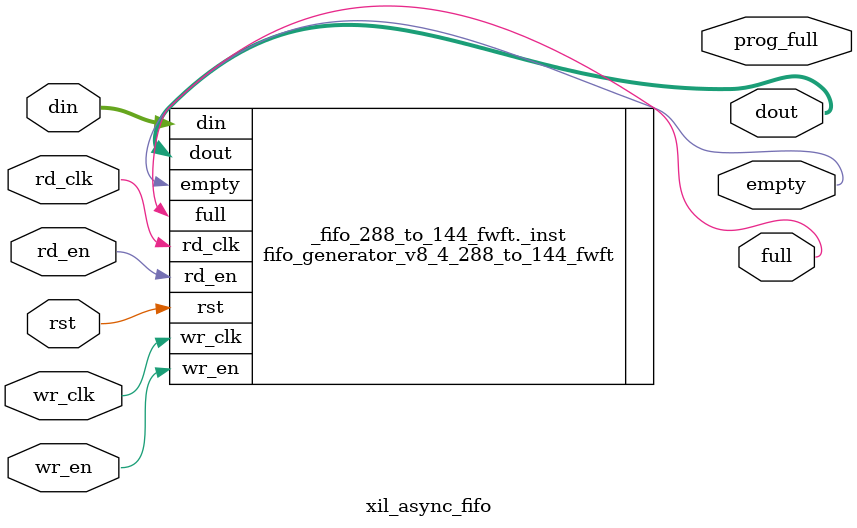
<source format=v>
/*******************************************************************************
 *
 *  NetFPGA-10G http://www.netfpga.org
 *
 *  File:
 *        xil_async_fifo.v
 *
 *  Library:
 *        hw/contrib/pcores/nf10_pcap_replay_uengine_v1_00_a
 *
 *  Module:
 *        xil_async_fifo
 *
 *  Author:
 *        Muhammad Shahbaz
 *
 *  Description:
 *
 *
 *  Copyright notice:
 *        Copyright (C) 2010, 2011 The Board of Trustees of The Leland Stanford
 *                                 Junior University
 *
 *  Licence:
 *        This file is part of the NetFPGA 10G development base package.
 *
 *        This file is free code: you can redistribute it and/or modify it under
 *        the terms of the GNU Lesser General Public License version 2.1 as
 *        published by the Free Software Foundation.
 *
 *        This package is distributed in the hope that it will be useful, but
 *        WITHOUT ANY WARRANTY; without even the implied warranty of
 *        MERCHANTABILITY or FITNESS FOR A PARTICULAR PURPOSE.  See the GNU
 *        Lesser General Public License for more details.
 *
 *        You should have received a copy of the GNU Lesser General Public
 *        License along with the NetFPGA source package.  If not, see
 *        http://www.gnu.org/licenses/.
 *
 */

module xil_async_fifo
#(
    parameter DIN_WIDTH  = 288,
    parameter DOUT_WIDTH = 144
)
(
    input                      rst,
    input                      wr_clk,
    input                      wr_en,
    input [DIN_WIDTH-1:0]  		 din,
    input                      rd_clk,
    input                      rd_en,
    output [DOUT_WIDTH-1:0]		 dout,
    output                     full,
    output                     prog_full,
    output                     empty
);

  // -- Modules and Logic
	
  generate 
	  if (DIN_WIDTH==288 && DOUT_WIDTH==144) begin: _fifo_288_to_144_fwft
			fifo_generator_v8_4_288_to_144_fwft _inst (
		  	.rst(rst), // input rst
		 	 	.wr_clk(wr_clk), // input wr_clk
		  	.rd_clk(rd_clk), // input rd_clk
		  	.din(din), // input [287 : 0] din
		  	.wr_en(wr_en), // input wr_en
		  	.rd_en(rd_en), // input rd_en
		  	.dout(dout), // output [287 : 0] dout
		  	.full(full), // output full
		  	.empty(empty) // output empty
			);
		end
		else if (DIN_WIDTH==4 && DOUT_WIDTH==2) begin: _fifo_4_to_2_fwft
			fifo_generator_v8_4_4_to_2_fwft _inst (
		  	.rst(rst), // input rst
		 	 	.wr_clk(wr_clk), // input wr_clk
		  	.rd_clk(rd_clk), // input rd_clk
		  	.din(din), // input [287 : 0] din
		  	.wr_en(wr_en), // input wr_en
		  	.rd_en(rd_en), // input rd_en
		  	.dout(dout), // output [287 : 0] dout
		  	.full(full), // output full
		  	.empty(empty) // output empty
			);
		end
		else if (DIN_WIDTH==144 && DOUT_WIDTH==288) begin: _fifo_144_to_288_fwft
			fifo_generator_v8_4_144_to_288_fwft _inst (
	  		.rst(rst), // input rst
	 	 		.wr_clk(wr_clk), // input wr_clk
	  		.rd_clk(rd_clk), // input rd_clk
	  		.din(din), // input [287 : 0] din
	  		.wr_en(wr_en), // input wr_en
	  		.rd_en(rd_en), // input rd_en
	  		.dout(dout), // output [287 : 0] dout
	  		.full(full), // output full
		  	.prog_full(prog_full), // output prog_full
	  		.empty(empty) // output empty
			);
		end
		else if (DIN_WIDTH==9 && DOUT_WIDTH==9) begin: _fifo_9_to_9
			fifo_generator_v8_4_9_to_9 _inst (
	  		.rst(rst), // input rst
	 	 		.wr_clk(wr_clk), // input wr_clk
	  		.rd_clk(rd_clk), // input rd_clk
	  		.din(din), // input [287 : 0] din
	  		.wr_en(wr_en), // input wr_en
	  		.rd_en(rd_en), // input rd_en
	  		.dout(dout), // output [287 : 0] dout
	  		.empty(empty) // output empty
			);
		end
	endgenerate
	
endmodule

</source>
